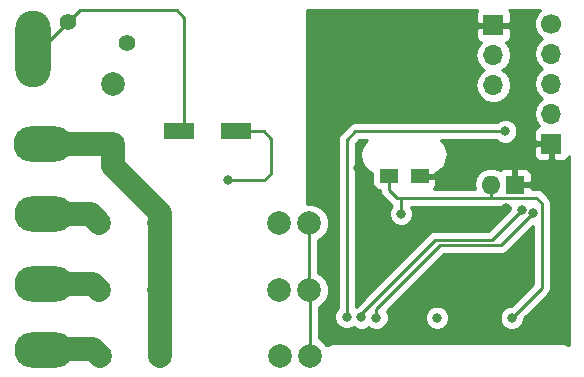
<source format=gbr>
G04 #@! TF.GenerationSoftware,KiCad,Pcbnew,(5.0.2)-1*
G04 #@! TF.CreationDate,2019-05-25T20:10:37+08:00*
G04 #@! TF.ProjectId,3RELAY,3352454c-4159-42e6-9b69-6361645f7063,rev?*
G04 #@! TF.SameCoordinates,Original*
G04 #@! TF.FileFunction,Copper,L2,Bot*
G04 #@! TF.FilePolarity,Positive*
%FSLAX46Y46*%
G04 Gerber Fmt 4.6, Leading zero omitted, Abs format (unit mm)*
G04 Created by KiCad (PCBNEW (5.0.2)-1) date 2019-05-25 20:10:37*
%MOMM*%
%LPD*%
G01*
G04 APERTURE LIST*
G04 #@! TA.AperFunction,ComponentPad*
%ADD10C,2.000000*%
G04 #@! TD*
G04 #@! TA.AperFunction,SMDPad,CuDef*
%ADD11R,1.500000X1.200000*%
G04 #@! TD*
G04 #@! TA.AperFunction,SMDPad,CuDef*
%ADD12R,2.500000X1.400000*%
G04 #@! TD*
G04 #@! TA.AperFunction,ComponentPad*
%ADD13R,1.700000X1.700000*%
G04 #@! TD*
G04 #@! TA.AperFunction,ComponentPad*
%ADD14O,1.700000X1.700000*%
G04 #@! TD*
G04 #@! TA.AperFunction,ComponentPad*
%ADD15C,1.700000*%
G04 #@! TD*
G04 #@! TA.AperFunction,ComponentPad*
%ADD16O,5.000000X3.000000*%
G04 #@! TD*
G04 #@! TA.AperFunction,ComponentPad*
%ADD17O,1.600000X1.600000*%
G04 #@! TD*
G04 #@! TA.AperFunction,ComponentPad*
%ADD18R,1.600000X1.600000*%
G04 #@! TD*
G04 #@! TA.AperFunction,ComponentPad*
%ADD19O,3.000000X6.500000*%
G04 #@! TD*
G04 #@! TA.AperFunction,ComponentPad*
%ADD20C,1.400000*%
G04 #@! TD*
G04 #@! TA.AperFunction,ViaPad*
%ADD21C,0.800000*%
G04 #@! TD*
G04 #@! TA.AperFunction,Conductor*
%ADD22C,0.250000*%
G04 #@! TD*
G04 #@! TA.AperFunction,Conductor*
%ADD23C,2.000000*%
G04 #@! TD*
G04 #@! TA.AperFunction,Conductor*
%ADD24C,0.254000*%
G04 #@! TD*
G04 APERTURE END LIST*
D10*
G04 #@! TO.P,K1,4*
G04 #@! TO.N,L1*
X138200280Y-118220640D03*
G04 #@! TO.P,K1,2*
G04 #@! TO.N,Net-(D1-Pad1)*
X153440280Y-118220640D03*
G04 #@! TO.P,K1,1*
G04 #@! TO.N,VCC*
X155980280Y-118220640D03*
G04 #@! TO.P,K1,3*
G04 #@! TO.N,L*
X143280280Y-118220640D03*
G04 #@! TD*
G04 #@! TO.P,K2,3*
G04 #@! TO.N,L*
X143283940Y-123926600D03*
G04 #@! TO.P,K2,1*
G04 #@! TO.N,VCC*
X155983940Y-123926600D03*
G04 #@! TO.P,K2,2*
G04 #@! TO.N,Net-(D2-Pad1)*
X153443940Y-123926600D03*
G04 #@! TO.P,K2,4*
G04 #@! TO.N,L2*
X138203940Y-123926600D03*
G04 #@! TD*
G04 #@! TO.P,K3,4*
G04 #@! TO.N,L3*
X138235840Y-129440940D03*
G04 #@! TO.P,K3,2*
G04 #@! TO.N,Net-(D3-Pad1)*
X153475840Y-129440940D03*
G04 #@! TO.P,K3,1*
G04 #@! TO.N,VCC*
X156015840Y-129440940D03*
G04 #@! TO.P,K3,3*
G04 #@! TO.N,L*
X143315840Y-129440940D03*
G04 #@! TD*
D11*
G04 #@! TO.P,PS1,4*
G04 #@! TO.N,GND*
X165331420Y-114247740D03*
G04 #@! TO.P,PS1,3*
G04 #@! TO.N,VCC*
X162705060Y-114224880D03*
D12*
G04 #@! TO.P,PS1,2*
G04 #@! TO.N,Net-(F1-Pad1)*
X149806660Y-110456980D03*
G04 #@! TO.P,PS1,1*
G04 #@! TO.N,N*
X144951660Y-110456980D03*
G04 #@! TD*
D13*
G04 #@! TO.P,J7,1*
G04 #@! TO.N,GND*
X171551600Y-101467920D03*
D14*
G04 #@! TO.P,J7,2*
G04 #@! TO.N,D4*
X171551600Y-104007920D03*
G04 #@! TO.P,J7,3*
G04 #@! TO.N,VCC*
X171551600Y-106547920D03*
G04 #@! TD*
D15*
G04 #@! TO.P,J4,1*
G04 #@! TO.N,VCC*
X176471580Y-101335840D03*
D14*
G04 #@! TO.P,J4,2*
G04 #@! TO.N,A2*
X176471580Y-103875840D03*
G04 #@! TO.P,J4,3*
G04 #@! TO.N,A3*
X176471580Y-106415840D03*
G04 #@! TO.P,J4,4*
G04 #@! TO.N,A4*
X176471580Y-108955840D03*
D13*
G04 #@! TO.P,J4,5*
G04 #@! TO.N,GND*
X176471580Y-111495840D03*
G04 #@! TD*
D16*
G04 #@! TO.P,J6,1*
G04 #@! TO.N,L3*
X133497320Y-128998980D03*
G04 #@! TD*
D17*
G04 #@! TO.P,C1,1*
G04 #@! TO.N,VCC*
X171353480Y-114965480D03*
D18*
G04 #@! TO.P,C1,2*
G04 #@! TO.N,GND*
X173353480Y-114965480D03*
G04 #@! TD*
D16*
G04 #@! TO.P,J5,1*
G04 #@! TO.N,L2*
X133520180Y-123398280D03*
G04 #@! TD*
D19*
G04 #@! TO.P,J3,1*
G04 #@! TO.N,N*
X132618480Y-103451660D03*
G04 #@! TD*
D16*
G04 #@! TO.P,J2,1*
G04 #@! TO.N,L1*
X133507480Y-117475000D03*
G04 #@! TD*
G04 #@! TO.P,J1,1*
G04 #@! TO.N,L*
X133464300Y-111500000D03*
G04 #@! TD*
D10*
G04 #@! TO.P,F1,1*
G04 #@! TO.N,Net-(F1-Pad1)*
X139334240Y-106433620D03*
G04 #@! TO.P,F1,2*
G04 #@! TO.N,L*
X139324240Y-111513620D03*
G04 #@! TD*
D20*
G04 #@! TO.P,TH1,1*
G04 #@! TO.N,Net-(F1-Pad1)*
X140573760Y-102974140D03*
G04 #@! TO.P,TH1,2*
G04 #@! TO.N,N*
X135573760Y-101174140D03*
G04 #@! TD*
D21*
G04 #@! TO.N,GND*
X171810680Y-126238000D03*
X174779940Y-126197360D03*
X169245280Y-118567200D03*
X169834560Y-123085860D03*
X169308780Y-121267220D03*
X168600120Y-114808000D03*
X172608240Y-116961920D03*
X160060640Y-113525300D03*
X158026100Y-113525300D03*
G04 #@! TO.N,Net-(F1-Pad1)*
X149100540Y-114612420D03*
G04 #@! TO.N,VCC*
X173113700Y-126250700D03*
X163746180Y-117444520D03*
G04 #@! TO.N,A2*
X159138620Y-126144020D03*
X172562520Y-110459518D03*
G04 #@! TO.N,A3*
X160390840Y-126212600D03*
X173977300Y-117078762D03*
G04 #@! TO.N,A4*
X161645600Y-126227840D03*
X174947594Y-117350540D03*
G04 #@! TO.N,D4*
X166784020Y-126245620D03*
G04 #@! TD*
D22*
G04 #@! TO.N,N*
X136529660Y-100218240D02*
X135573760Y-101174140D01*
X144744440Y-100218240D02*
X136529660Y-100218240D01*
X145364200Y-100838000D02*
X144744440Y-100218240D01*
X145364200Y-110261400D02*
X145364200Y-100838000D01*
X144951660Y-110456980D02*
X145168620Y-110456980D01*
X145168620Y-110456980D02*
X145364200Y-110261400D01*
X133296240Y-103451660D02*
X135573760Y-101174140D01*
X132892800Y-103451660D02*
X133296240Y-103451660D01*
X132618480Y-103451660D02*
X132618480Y-103177340D01*
X132618480Y-103177340D02*
X132892800Y-103451660D01*
G04 #@! TO.N,Net-(F1-Pad1)*
X149666225Y-114612420D02*
X149100540Y-114612420D01*
X152161240Y-114612420D02*
X149666225Y-114612420D01*
X152735280Y-114038380D02*
X152161240Y-114612420D01*
X152735280Y-111069120D02*
X152735280Y-114038380D01*
X149806660Y-110456980D02*
X152123140Y-110456980D01*
X152123140Y-110456980D02*
X152735280Y-111069120D01*
D23*
G04 #@! TO.N,L*
X133477920Y-111513620D02*
X133464300Y-111500000D01*
X139324240Y-111513620D02*
X133477920Y-111513620D01*
X139324240Y-113362900D02*
X139324240Y-111513620D01*
X143315840Y-129440940D02*
X143315840Y-117354500D01*
X143315840Y-117354500D02*
X139324240Y-113362900D01*
G04 #@! TO.N,L1*
X137454640Y-117475000D02*
X138200280Y-118220640D01*
X133507480Y-117475000D02*
X137454640Y-117475000D01*
D22*
G04 #@! TO.N,VCC*
X162560000Y-114434620D02*
X162511740Y-114482880D01*
X162709280Y-114385240D02*
X162659900Y-114434620D01*
X162659900Y-114434620D02*
X162560000Y-114434620D01*
X162712680Y-114273140D02*
X162862680Y-114273140D01*
X155980280Y-123922940D02*
X155983940Y-123926600D01*
X155980280Y-118220640D02*
X155980280Y-123922940D01*
X156015840Y-123958500D02*
X155983940Y-123926600D01*
X156015840Y-129440940D02*
X156015840Y-123958500D01*
X155632300Y-117820440D02*
X156442560Y-118630700D01*
X162705060Y-115417880D02*
X162705060Y-114224880D01*
X171480480Y-106619040D02*
X171551600Y-106547920D01*
X163377661Y-116090481D02*
X162705060Y-115417880D01*
X163746180Y-116093021D02*
X163743640Y-116090481D01*
X163746180Y-117444520D02*
X163746180Y-116093021D01*
X163743640Y-116090481D02*
X163377661Y-116090481D01*
X171353480Y-116019361D02*
X171424600Y-116090481D01*
X171353480Y-114965480D02*
X171353480Y-116019361D01*
X171424600Y-116090481D02*
X163743640Y-116090481D01*
X175206441Y-116090481D02*
X171424600Y-116090481D01*
X175672595Y-116556635D02*
X175206441Y-116090481D01*
X173113700Y-126250700D02*
X175672595Y-123691805D01*
X175672595Y-123691805D02*
X175672595Y-116556635D01*
G04 #@! TO.N,A2*
X159138620Y-111193580D02*
X159138620Y-126144020D01*
X172562520Y-110459518D02*
X159872682Y-110459518D01*
X159872682Y-110459518D02*
X159138620Y-111193580D01*
D23*
G04 #@! TO.N,L2*
X137675620Y-123398280D02*
X133520180Y-123398280D01*
X138203940Y-123926600D02*
X137675620Y-123398280D01*
D22*
G04 #@! TO.N,A3*
X160390840Y-125884940D02*
X160390840Y-126212600D01*
X166649830Y-119625950D02*
X160390840Y-125884940D01*
X173977300Y-117078762D02*
X171430112Y-119625950D01*
X171430112Y-119625950D02*
X166649830Y-119625950D01*
D23*
G04 #@! TO.N,L3*
X133482080Y-128889760D02*
X133482080Y-128767840D01*
X133482080Y-128889760D02*
X134470140Y-128889760D01*
X137684660Y-128889760D02*
X138235840Y-129440940D01*
X133482080Y-128889760D02*
X137684660Y-128889760D01*
D22*
G04 #@! TO.N,A4*
X174547595Y-117750539D02*
X174947594Y-117350540D01*
X172222174Y-120075960D02*
X174547595Y-117750539D01*
X161645600Y-126227840D02*
X161645600Y-125498860D01*
X167068500Y-120075960D02*
X167830500Y-120075960D01*
X161645600Y-125498860D02*
X167068500Y-120075960D01*
X167525700Y-120075960D02*
X167830500Y-120075960D01*
X167830500Y-120075960D02*
X172222174Y-120075960D01*
G04 #@! TO.N,D4*
X171269660Y-103987600D02*
X171107100Y-103987600D01*
G04 #@! TD*
D24*
G04 #@! TO.N,GND*
G36*
X170163273Y-100258221D02*
X170066600Y-100491610D01*
X170066600Y-101182170D01*
X170225350Y-101340920D01*
X171424600Y-101340920D01*
X171424600Y-101320920D01*
X171678600Y-101320920D01*
X171678600Y-101340920D01*
X172877850Y-101340920D01*
X173036600Y-101182170D01*
X173036600Y-100491610D01*
X172939927Y-100258221D01*
X172908906Y-100227200D01*
X175480113Y-100227200D01*
X175212658Y-100494655D01*
X174986580Y-101040455D01*
X174986580Y-101631225D01*
X175212658Y-102177025D01*
X175630395Y-102594762D01*
X175683191Y-102616631D01*
X175400955Y-102805215D01*
X175072741Y-103296422D01*
X174957488Y-103875840D01*
X175072741Y-104455258D01*
X175400955Y-104946465D01*
X175699341Y-105145840D01*
X175400955Y-105345215D01*
X175072741Y-105836422D01*
X174957488Y-106415840D01*
X175072741Y-106995258D01*
X175400955Y-107486465D01*
X175699341Y-107685840D01*
X175400955Y-107885215D01*
X175072741Y-108376422D01*
X174957488Y-108955840D01*
X175072741Y-109535258D01*
X175400955Y-110026465D01*
X175422613Y-110040936D01*
X175261882Y-110107513D01*
X175083253Y-110286141D01*
X174986580Y-110519530D01*
X174986580Y-111210090D01*
X175145330Y-111368840D01*
X176344580Y-111368840D01*
X176344580Y-111348840D01*
X176598580Y-111348840D01*
X176598580Y-111368840D01*
X176618580Y-111368840D01*
X176618580Y-111622840D01*
X176598580Y-111622840D01*
X176598580Y-112822090D01*
X176757330Y-112980840D01*
X177447889Y-112980840D01*
X177681278Y-112884167D01*
X177859907Y-112705539D01*
X177923121Y-112552928D01*
X177923120Y-128551183D01*
X177834435Y-128509707D01*
X177758867Y-128474365D01*
X177697013Y-128459155D01*
X177677752Y-128446289D01*
X177463351Y-128403671D01*
X157956156Y-128406230D01*
X157741767Y-128448904D01*
X157724708Y-128460305D01*
X157630639Y-128501067D01*
X157516507Y-128542462D01*
X157434060Y-128592365D01*
X157401926Y-128514787D01*
X156941993Y-128054854D01*
X156775840Y-127986031D01*
X156775840Y-125938146D01*
X158103620Y-125938146D01*
X158103620Y-126349894D01*
X158261189Y-126730300D01*
X158552340Y-127021451D01*
X158932746Y-127179020D01*
X159344494Y-127179020D01*
X159724900Y-127021451D01*
X159730440Y-127015911D01*
X159804560Y-127090031D01*
X160184966Y-127247600D01*
X160596714Y-127247600D01*
X160977120Y-127090031D01*
X161010600Y-127056551D01*
X161059320Y-127105271D01*
X161439726Y-127262840D01*
X161851474Y-127262840D01*
X162231880Y-127105271D01*
X162523031Y-126814120D01*
X162680600Y-126433714D01*
X162680600Y-126039746D01*
X165749020Y-126039746D01*
X165749020Y-126451494D01*
X165906589Y-126831900D01*
X166197740Y-127123051D01*
X166578146Y-127280620D01*
X166989894Y-127280620D01*
X167370300Y-127123051D01*
X167661451Y-126831900D01*
X167819020Y-126451494D01*
X167819020Y-126039746D01*
X167661451Y-125659340D01*
X167370300Y-125368189D01*
X166989894Y-125210620D01*
X166578146Y-125210620D01*
X166197740Y-125368189D01*
X165906589Y-125659340D01*
X165749020Y-126039746D01*
X162680600Y-126039746D01*
X162680600Y-126021966D01*
X162539043Y-125680218D01*
X167383302Y-120835960D01*
X172147327Y-120835960D01*
X172222174Y-120850848D01*
X172297021Y-120835960D01*
X172297026Y-120835960D01*
X172518711Y-120791864D01*
X172770103Y-120623889D01*
X172812505Y-120560430D01*
X174912596Y-118460340D01*
X174912595Y-123377003D01*
X173073899Y-125215700D01*
X172907826Y-125215700D01*
X172527420Y-125373269D01*
X172236269Y-125664420D01*
X172078700Y-126044826D01*
X172078700Y-126456574D01*
X172236269Y-126836980D01*
X172527420Y-127128131D01*
X172907826Y-127285700D01*
X173319574Y-127285700D01*
X173699980Y-127128131D01*
X173991131Y-126836980D01*
X174148700Y-126456574D01*
X174148700Y-126290501D01*
X176157068Y-124282134D01*
X176220524Y-124239734D01*
X176388499Y-123988342D01*
X176432595Y-123766657D01*
X176432595Y-123766653D01*
X176447483Y-123691806D01*
X176432595Y-123616959D01*
X176432595Y-116631481D01*
X176447483Y-116556634D01*
X176432595Y-116481787D01*
X176432595Y-116481783D01*
X176388499Y-116260098D01*
X176220524Y-116008706D01*
X176157067Y-115966306D01*
X175796772Y-115606010D01*
X175754370Y-115542552D01*
X175502978Y-115374577D01*
X175281293Y-115330481D01*
X175281288Y-115330481D01*
X175206441Y-115315593D01*
X175131594Y-115330481D01*
X174788480Y-115330481D01*
X174788480Y-115251230D01*
X174629730Y-115092480D01*
X173480480Y-115092480D01*
X173480480Y-115112480D01*
X173226480Y-115112480D01*
X173226480Y-115092480D01*
X173206480Y-115092480D01*
X173206480Y-114838480D01*
X173226480Y-114838480D01*
X173226480Y-113689230D01*
X173480480Y-113689230D01*
X173480480Y-114838480D01*
X174629730Y-114838480D01*
X174788480Y-114679730D01*
X174788480Y-114039170D01*
X174691807Y-113805781D01*
X174513178Y-113627153D01*
X174279789Y-113530480D01*
X173639230Y-113530480D01*
X173480480Y-113689230D01*
X173226480Y-113689230D01*
X173067730Y-113530480D01*
X172427171Y-113530480D01*
X172193782Y-113627153D01*
X172089512Y-113731422D01*
X171913389Y-113613740D01*
X171494813Y-113530480D01*
X171212147Y-113530480D01*
X170793571Y-113613740D01*
X170318903Y-113930903D01*
X170001740Y-114405571D01*
X169890367Y-114965480D01*
X169962970Y-115330481D01*
X166496704Y-115330481D01*
X166619747Y-115207439D01*
X166716420Y-114974050D01*
X166716420Y-114533490D01*
X166557670Y-114374740D01*
X165458420Y-114374740D01*
X165458420Y-114394740D01*
X165204420Y-114394740D01*
X165204420Y-114374740D01*
X165184420Y-114374740D01*
X165184420Y-114120740D01*
X165204420Y-114120740D01*
X165204420Y-114100740D01*
X165458420Y-114100740D01*
X165458420Y-114120740D01*
X166557670Y-114120740D01*
X166716420Y-113961990D01*
X166716420Y-113945856D01*
X166754029Y-113931997D01*
X167052463Y-113749267D01*
X167117738Y-113688972D01*
X167263124Y-113554679D01*
X167468914Y-113271654D01*
X167468915Y-113271652D01*
X167468916Y-113271651D01*
X167589076Y-113011256D01*
X167670891Y-112671021D01*
X167682255Y-112384464D01*
X167682255Y-112384463D01*
X167627641Y-112038821D01*
X167627475Y-112038369D01*
X167579980Y-111909483D01*
X167532852Y-111781590D01*
X174986580Y-111781590D01*
X174986580Y-112472150D01*
X175083253Y-112705539D01*
X175261882Y-112884167D01*
X175495271Y-112980840D01*
X176185830Y-112980840D01*
X176344580Y-112822090D01*
X176344580Y-111622840D01*
X175145330Y-111622840D01*
X174986580Y-111781590D01*
X167532852Y-111781590D01*
X167528480Y-111769728D01*
X167528479Y-111769727D01*
X167345749Y-111471293D01*
X167259333Y-111377740D01*
X167151160Y-111260631D01*
X167094617Y-111219518D01*
X171858809Y-111219518D01*
X171976240Y-111336949D01*
X172356646Y-111494518D01*
X172768394Y-111494518D01*
X173148800Y-111336949D01*
X173439951Y-111045798D01*
X173597520Y-110665392D01*
X173597520Y-110253644D01*
X173439951Y-109873238D01*
X173148800Y-109582087D01*
X172768394Y-109424518D01*
X172356646Y-109424518D01*
X171976240Y-109582087D01*
X171858809Y-109699518D01*
X159947528Y-109699518D01*
X159872681Y-109684630D01*
X159797834Y-109699518D01*
X159797830Y-109699518D01*
X159576145Y-109743614D01*
X159542229Y-109766276D01*
X159388208Y-109869189D01*
X159388206Y-109869191D01*
X159324753Y-109911589D01*
X159282354Y-109975043D01*
X158654149Y-110603249D01*
X158590691Y-110645651D01*
X158422716Y-110897044D01*
X158378620Y-111118729D01*
X158378620Y-111118733D01*
X158363732Y-111193580D01*
X158378620Y-111268427D01*
X158378621Y-125440308D01*
X158261189Y-125557740D01*
X158103620Y-125938146D01*
X156775840Y-125938146D01*
X156775840Y-125368295D01*
X156910093Y-125312686D01*
X157370026Y-124852753D01*
X157618940Y-124251822D01*
X157618940Y-123601378D01*
X157370026Y-123000447D01*
X156910093Y-122540514D01*
X156740280Y-122470175D01*
X156740280Y-119675549D01*
X156906433Y-119606726D01*
X157366366Y-119146793D01*
X157615280Y-118545862D01*
X157615280Y-117895418D01*
X157366366Y-117294487D01*
X156906433Y-116834554D01*
X156305502Y-116585640D01*
X155805148Y-116585640D01*
X155779254Y-104007920D01*
X170037508Y-104007920D01*
X170152761Y-104587338D01*
X170480975Y-105078545D01*
X170779361Y-105277920D01*
X170480975Y-105477295D01*
X170152761Y-105968502D01*
X170037508Y-106547920D01*
X170152761Y-107127338D01*
X170480975Y-107618545D01*
X170972182Y-107946759D01*
X171405344Y-108032920D01*
X171697856Y-108032920D01*
X172131018Y-107946759D01*
X172622225Y-107618545D01*
X172950439Y-107127338D01*
X173065692Y-106547920D01*
X172950439Y-105968502D01*
X172622225Y-105477295D01*
X172323839Y-105277920D01*
X172622225Y-105078545D01*
X172950439Y-104587338D01*
X173065692Y-104007920D01*
X172950439Y-103428502D01*
X172622225Y-102937295D01*
X172600567Y-102922824D01*
X172761298Y-102856247D01*
X172939927Y-102677619D01*
X173036600Y-102444230D01*
X173036600Y-101753670D01*
X172877850Y-101594920D01*
X171678600Y-101594920D01*
X171678600Y-101614920D01*
X171424600Y-101614920D01*
X171424600Y-101594920D01*
X170225350Y-101594920D01*
X170066600Y-101753670D01*
X170066600Y-102444230D01*
X170163273Y-102677619D01*
X170341902Y-102856247D01*
X170502633Y-102922824D01*
X170480975Y-102937295D01*
X170152761Y-103428502D01*
X170037508Y-104007920D01*
X155779254Y-104007920D01*
X155771470Y-100227200D01*
X170194294Y-100227200D01*
X170163273Y-100258221D01*
X170163273Y-100258221D01*
G37*
X170163273Y-100258221D02*
X170066600Y-100491610D01*
X170066600Y-101182170D01*
X170225350Y-101340920D01*
X171424600Y-101340920D01*
X171424600Y-101320920D01*
X171678600Y-101320920D01*
X171678600Y-101340920D01*
X172877850Y-101340920D01*
X173036600Y-101182170D01*
X173036600Y-100491610D01*
X172939927Y-100258221D01*
X172908906Y-100227200D01*
X175480113Y-100227200D01*
X175212658Y-100494655D01*
X174986580Y-101040455D01*
X174986580Y-101631225D01*
X175212658Y-102177025D01*
X175630395Y-102594762D01*
X175683191Y-102616631D01*
X175400955Y-102805215D01*
X175072741Y-103296422D01*
X174957488Y-103875840D01*
X175072741Y-104455258D01*
X175400955Y-104946465D01*
X175699341Y-105145840D01*
X175400955Y-105345215D01*
X175072741Y-105836422D01*
X174957488Y-106415840D01*
X175072741Y-106995258D01*
X175400955Y-107486465D01*
X175699341Y-107685840D01*
X175400955Y-107885215D01*
X175072741Y-108376422D01*
X174957488Y-108955840D01*
X175072741Y-109535258D01*
X175400955Y-110026465D01*
X175422613Y-110040936D01*
X175261882Y-110107513D01*
X175083253Y-110286141D01*
X174986580Y-110519530D01*
X174986580Y-111210090D01*
X175145330Y-111368840D01*
X176344580Y-111368840D01*
X176344580Y-111348840D01*
X176598580Y-111348840D01*
X176598580Y-111368840D01*
X176618580Y-111368840D01*
X176618580Y-111622840D01*
X176598580Y-111622840D01*
X176598580Y-112822090D01*
X176757330Y-112980840D01*
X177447889Y-112980840D01*
X177681278Y-112884167D01*
X177859907Y-112705539D01*
X177923121Y-112552928D01*
X177923120Y-128551183D01*
X177834435Y-128509707D01*
X177758867Y-128474365D01*
X177697013Y-128459155D01*
X177677752Y-128446289D01*
X177463351Y-128403671D01*
X157956156Y-128406230D01*
X157741767Y-128448904D01*
X157724708Y-128460305D01*
X157630639Y-128501067D01*
X157516507Y-128542462D01*
X157434060Y-128592365D01*
X157401926Y-128514787D01*
X156941993Y-128054854D01*
X156775840Y-127986031D01*
X156775840Y-125938146D01*
X158103620Y-125938146D01*
X158103620Y-126349894D01*
X158261189Y-126730300D01*
X158552340Y-127021451D01*
X158932746Y-127179020D01*
X159344494Y-127179020D01*
X159724900Y-127021451D01*
X159730440Y-127015911D01*
X159804560Y-127090031D01*
X160184966Y-127247600D01*
X160596714Y-127247600D01*
X160977120Y-127090031D01*
X161010600Y-127056551D01*
X161059320Y-127105271D01*
X161439726Y-127262840D01*
X161851474Y-127262840D01*
X162231880Y-127105271D01*
X162523031Y-126814120D01*
X162680600Y-126433714D01*
X162680600Y-126039746D01*
X165749020Y-126039746D01*
X165749020Y-126451494D01*
X165906589Y-126831900D01*
X166197740Y-127123051D01*
X166578146Y-127280620D01*
X166989894Y-127280620D01*
X167370300Y-127123051D01*
X167661451Y-126831900D01*
X167819020Y-126451494D01*
X167819020Y-126039746D01*
X167661451Y-125659340D01*
X167370300Y-125368189D01*
X166989894Y-125210620D01*
X166578146Y-125210620D01*
X166197740Y-125368189D01*
X165906589Y-125659340D01*
X165749020Y-126039746D01*
X162680600Y-126039746D01*
X162680600Y-126021966D01*
X162539043Y-125680218D01*
X167383302Y-120835960D01*
X172147327Y-120835960D01*
X172222174Y-120850848D01*
X172297021Y-120835960D01*
X172297026Y-120835960D01*
X172518711Y-120791864D01*
X172770103Y-120623889D01*
X172812505Y-120560430D01*
X174912596Y-118460340D01*
X174912595Y-123377003D01*
X173073899Y-125215700D01*
X172907826Y-125215700D01*
X172527420Y-125373269D01*
X172236269Y-125664420D01*
X172078700Y-126044826D01*
X172078700Y-126456574D01*
X172236269Y-126836980D01*
X172527420Y-127128131D01*
X172907826Y-127285700D01*
X173319574Y-127285700D01*
X173699980Y-127128131D01*
X173991131Y-126836980D01*
X174148700Y-126456574D01*
X174148700Y-126290501D01*
X176157068Y-124282134D01*
X176220524Y-124239734D01*
X176388499Y-123988342D01*
X176432595Y-123766657D01*
X176432595Y-123766653D01*
X176447483Y-123691806D01*
X176432595Y-123616959D01*
X176432595Y-116631481D01*
X176447483Y-116556634D01*
X176432595Y-116481787D01*
X176432595Y-116481783D01*
X176388499Y-116260098D01*
X176220524Y-116008706D01*
X176157067Y-115966306D01*
X175796772Y-115606010D01*
X175754370Y-115542552D01*
X175502978Y-115374577D01*
X175281293Y-115330481D01*
X175281288Y-115330481D01*
X175206441Y-115315593D01*
X175131594Y-115330481D01*
X174788480Y-115330481D01*
X174788480Y-115251230D01*
X174629730Y-115092480D01*
X173480480Y-115092480D01*
X173480480Y-115112480D01*
X173226480Y-115112480D01*
X173226480Y-115092480D01*
X173206480Y-115092480D01*
X173206480Y-114838480D01*
X173226480Y-114838480D01*
X173226480Y-113689230D01*
X173480480Y-113689230D01*
X173480480Y-114838480D01*
X174629730Y-114838480D01*
X174788480Y-114679730D01*
X174788480Y-114039170D01*
X174691807Y-113805781D01*
X174513178Y-113627153D01*
X174279789Y-113530480D01*
X173639230Y-113530480D01*
X173480480Y-113689230D01*
X173226480Y-113689230D01*
X173067730Y-113530480D01*
X172427171Y-113530480D01*
X172193782Y-113627153D01*
X172089512Y-113731422D01*
X171913389Y-113613740D01*
X171494813Y-113530480D01*
X171212147Y-113530480D01*
X170793571Y-113613740D01*
X170318903Y-113930903D01*
X170001740Y-114405571D01*
X169890367Y-114965480D01*
X169962970Y-115330481D01*
X166496704Y-115330481D01*
X166619747Y-115207439D01*
X166716420Y-114974050D01*
X166716420Y-114533490D01*
X166557670Y-114374740D01*
X165458420Y-114374740D01*
X165458420Y-114394740D01*
X165204420Y-114394740D01*
X165204420Y-114374740D01*
X165184420Y-114374740D01*
X165184420Y-114120740D01*
X165204420Y-114120740D01*
X165204420Y-114100740D01*
X165458420Y-114100740D01*
X165458420Y-114120740D01*
X166557670Y-114120740D01*
X166716420Y-113961990D01*
X166716420Y-113945856D01*
X166754029Y-113931997D01*
X167052463Y-113749267D01*
X167117738Y-113688972D01*
X167263124Y-113554679D01*
X167468914Y-113271654D01*
X167468915Y-113271652D01*
X167468916Y-113271651D01*
X167589076Y-113011256D01*
X167670891Y-112671021D01*
X167682255Y-112384464D01*
X167682255Y-112384463D01*
X167627641Y-112038821D01*
X167627475Y-112038369D01*
X167579980Y-111909483D01*
X167532852Y-111781590D01*
X174986580Y-111781590D01*
X174986580Y-112472150D01*
X175083253Y-112705539D01*
X175261882Y-112884167D01*
X175495271Y-112980840D01*
X176185830Y-112980840D01*
X176344580Y-112822090D01*
X176344580Y-111622840D01*
X175145330Y-111622840D01*
X174986580Y-111781590D01*
X167532852Y-111781590D01*
X167528480Y-111769728D01*
X167528479Y-111769727D01*
X167345749Y-111471293D01*
X167259333Y-111377740D01*
X167151160Y-111260631D01*
X167094617Y-111219518D01*
X171858809Y-111219518D01*
X171976240Y-111336949D01*
X172356646Y-111494518D01*
X172768394Y-111494518D01*
X173148800Y-111336949D01*
X173439951Y-111045798D01*
X173597520Y-110665392D01*
X173597520Y-110253644D01*
X173439951Y-109873238D01*
X173148800Y-109582087D01*
X172768394Y-109424518D01*
X172356646Y-109424518D01*
X171976240Y-109582087D01*
X171858809Y-109699518D01*
X159947528Y-109699518D01*
X159872681Y-109684630D01*
X159797834Y-109699518D01*
X159797830Y-109699518D01*
X159576145Y-109743614D01*
X159542229Y-109766276D01*
X159388208Y-109869189D01*
X159388206Y-109869191D01*
X159324753Y-109911589D01*
X159282354Y-109975043D01*
X158654149Y-110603249D01*
X158590691Y-110645651D01*
X158422716Y-110897044D01*
X158378620Y-111118729D01*
X158378620Y-111118733D01*
X158363732Y-111193580D01*
X158378620Y-111268427D01*
X158378621Y-125440308D01*
X158261189Y-125557740D01*
X158103620Y-125938146D01*
X156775840Y-125938146D01*
X156775840Y-125368295D01*
X156910093Y-125312686D01*
X157370026Y-124852753D01*
X157618940Y-124251822D01*
X157618940Y-123601378D01*
X157370026Y-123000447D01*
X156910093Y-122540514D01*
X156740280Y-122470175D01*
X156740280Y-119675549D01*
X156906433Y-119606726D01*
X157366366Y-119146793D01*
X157615280Y-118545862D01*
X157615280Y-117895418D01*
X157366366Y-117294487D01*
X156906433Y-116834554D01*
X156305502Y-116585640D01*
X155805148Y-116585640D01*
X155779254Y-104007920D01*
X170037508Y-104007920D01*
X170152761Y-104587338D01*
X170480975Y-105078545D01*
X170779361Y-105277920D01*
X170480975Y-105477295D01*
X170152761Y-105968502D01*
X170037508Y-106547920D01*
X170152761Y-107127338D01*
X170480975Y-107618545D01*
X170972182Y-107946759D01*
X171405344Y-108032920D01*
X171697856Y-108032920D01*
X172131018Y-107946759D01*
X172622225Y-107618545D01*
X172950439Y-107127338D01*
X173065692Y-106547920D01*
X172950439Y-105968502D01*
X172622225Y-105477295D01*
X172323839Y-105277920D01*
X172622225Y-105078545D01*
X172950439Y-104587338D01*
X173065692Y-104007920D01*
X172950439Y-103428502D01*
X172622225Y-102937295D01*
X172600567Y-102922824D01*
X172761298Y-102856247D01*
X172939927Y-102677619D01*
X173036600Y-102444230D01*
X173036600Y-101753670D01*
X172877850Y-101594920D01*
X171678600Y-101594920D01*
X171678600Y-101614920D01*
X171424600Y-101614920D01*
X171424600Y-101594920D01*
X170225350Y-101594920D01*
X170066600Y-101753670D01*
X170066600Y-102444230D01*
X170163273Y-102677619D01*
X170341902Y-102856247D01*
X170502633Y-102922824D01*
X170480975Y-102937295D01*
X170152761Y-103428502D01*
X170037508Y-104007920D01*
X155779254Y-104007920D01*
X155771470Y-100227200D01*
X170194294Y-100227200D01*
X170163273Y-100258221D01*
G36*
X160694055Y-111377562D02*
X160488266Y-111660586D01*
X160417886Y-111813103D01*
X160368104Y-111920984D01*
X160286289Y-112261218D01*
X160277739Y-112476812D01*
X160274925Y-112547775D01*
X160329539Y-112893419D01*
X160329539Y-112893420D01*
X160350593Y-112950553D01*
X160428700Y-113162512D01*
X160428701Y-113162513D01*
X160611431Y-113460947D01*
X160659642Y-113513140D01*
X160806019Y-113671608D01*
X161089044Y-113877398D01*
X161089046Y-113877399D01*
X161089047Y-113877400D01*
X161307620Y-113978261D01*
X161307620Y-114824880D01*
X161356903Y-115072645D01*
X161497251Y-115282689D01*
X161707295Y-115423037D01*
X161940422Y-115469408D01*
X161945060Y-115492727D01*
X161945060Y-115492731D01*
X161989156Y-115714416D01*
X162157131Y-115965809D01*
X162220589Y-116008210D01*
X162787333Y-116574956D01*
X162829732Y-116638410D01*
X162893185Y-116680808D01*
X162893187Y-116680810D01*
X162984899Y-116742090D01*
X162868749Y-116858240D01*
X162711180Y-117238646D01*
X162711180Y-117650394D01*
X162868749Y-118030800D01*
X163159900Y-118321951D01*
X163540306Y-118479520D01*
X163952054Y-118479520D01*
X164332460Y-118321951D01*
X164623611Y-118030800D01*
X164781180Y-117650394D01*
X164781180Y-117238646D01*
X164623611Y-116858240D01*
X164615852Y-116850481D01*
X171349753Y-116850481D01*
X171424600Y-116865369D01*
X171499447Y-116850481D01*
X172951581Y-116850481D01*
X172942300Y-116872888D01*
X172942300Y-117038960D01*
X171115311Y-118865950D01*
X166724678Y-118865950D01*
X166649830Y-118851062D01*
X166574982Y-118865950D01*
X166574978Y-118865950D01*
X166353293Y-118910046D01*
X166101901Y-119078021D01*
X166059501Y-119141477D01*
X159909120Y-125291859D01*
X159898620Y-125296208D01*
X159898620Y-111508382D01*
X160187484Y-111219518D01*
X160865154Y-111219518D01*
X160694055Y-111377562D01*
X160694055Y-111377562D01*
G37*
X160694055Y-111377562D02*
X160488266Y-111660586D01*
X160417886Y-111813103D01*
X160368104Y-111920984D01*
X160286289Y-112261218D01*
X160277739Y-112476812D01*
X160274925Y-112547775D01*
X160329539Y-112893419D01*
X160329539Y-112893420D01*
X160350593Y-112950553D01*
X160428700Y-113162512D01*
X160428701Y-113162513D01*
X160611431Y-113460947D01*
X160659642Y-113513140D01*
X160806019Y-113671608D01*
X161089044Y-113877398D01*
X161089046Y-113877399D01*
X161089047Y-113877400D01*
X161307620Y-113978261D01*
X161307620Y-114824880D01*
X161356903Y-115072645D01*
X161497251Y-115282689D01*
X161707295Y-115423037D01*
X161940422Y-115469408D01*
X161945060Y-115492727D01*
X161945060Y-115492731D01*
X161989156Y-115714416D01*
X162157131Y-115965809D01*
X162220589Y-116008210D01*
X162787333Y-116574956D01*
X162829732Y-116638410D01*
X162893185Y-116680808D01*
X162893187Y-116680810D01*
X162984899Y-116742090D01*
X162868749Y-116858240D01*
X162711180Y-117238646D01*
X162711180Y-117650394D01*
X162868749Y-118030800D01*
X163159900Y-118321951D01*
X163540306Y-118479520D01*
X163952054Y-118479520D01*
X164332460Y-118321951D01*
X164623611Y-118030800D01*
X164781180Y-117650394D01*
X164781180Y-117238646D01*
X164623611Y-116858240D01*
X164615852Y-116850481D01*
X171349753Y-116850481D01*
X171424600Y-116865369D01*
X171499447Y-116850481D01*
X172951581Y-116850481D01*
X172942300Y-116872888D01*
X172942300Y-117038960D01*
X171115311Y-118865950D01*
X166724678Y-118865950D01*
X166649830Y-118851062D01*
X166574982Y-118865950D01*
X166574978Y-118865950D01*
X166353293Y-118910046D01*
X166101901Y-119078021D01*
X166059501Y-119141477D01*
X159909120Y-125291859D01*
X159898620Y-125296208D01*
X159898620Y-111508382D01*
X160187484Y-111219518D01*
X160865154Y-111219518D01*
X160694055Y-111377562D01*
G04 #@! TD*
M02*

</source>
